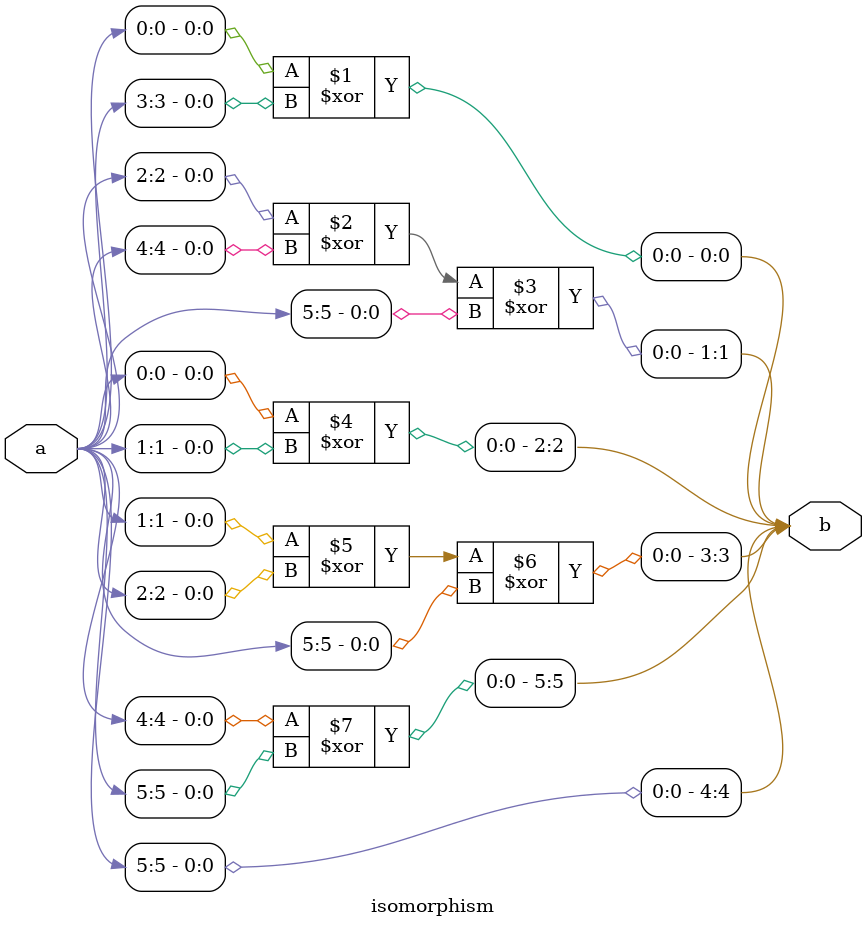
<source format=v>
`timescale 1ns/100ps
module SMSS32_40_nn_15_3(x,y);
	 input [5:0] x;
	 output [5:0] y;
	 wire [5:0] w;
	 wire [5:0] p;
	 isomorphism C2 (x,w);
	 power_40 C3 (w,p);
	 inv_isomorphism C4 (p,y);
endmodule

module add_base(a,b,c);
	 input [2:0] a;
	 input [2:0] b;
	 output [2:0] c;
	 assign c[0]=a[0]^b[0];
	 assign c[1]=a[1]^b[1];
	 assign c[2]=a[2]^b[2];
endmodule

module five_base(a,b);
	 input [2:0] a;
	 output [2:0] b;
	 assign b[0]=a[1]^a[2]^(a[0]&a[1]);
	 assign b[1]=a[0]^a[2]^(a[1]&a[2]);
	 assign b[2]=a[0]^a[1]^(a[0]&a[2]);
endmodule

module power_40(a,b);
	 input [5:0] a;
	 output [5:0] b;
	 wire [2:0] x_0;
	 wire [2:0] x_1;
	 wire [2:0] x_2;
	 wire [2:0] x_3;
	 wire [2:0] x_4;
	 wire [2:0] x_5;
	 wire [2:0] y_0;
	 wire [2:0] y_1;
	 assign x_0[0]=a[0];
	 assign x_0[1]=a[1];
	 assign x_0[2]=a[2];
	 assign x_1[0]=a[3];
	 assign x_1[1]=a[4];
	 assign x_1[2]=a[5];
	 add_base A1 (x_0,x_1,x_2);
	 five_base A2 (x_2,x_3);
	 five_base  A3 (x_0,x_4);
	 five_base A4 (x_1,x_5);
	 add_base A5 (x_5,x_3,y_0);
	 add_base A6 (x_4,x_3,y_1);
	 assign b[0]=y_0[0];
	 assign b[1]=y_0[1];
	 assign b[2]=y_0[2];
	 assign b[3]=y_1[0];
	 assign b[4]=y_1[1];
	 assign b[5]=y_1[2];
endmodule

module inv_isomorphism(a,b);
	 input [5:0] a;
	 output [5:0] b;
	 assign b[0]=a[0];
	 assign b[1]=a[1]^a[5];
	 assign b[2]=a[0]^a[1]^a[2]^a[5];
	 assign b[3]=a[0]^a[1]^a[4];
	 assign b[4]=a[1];
	 assign b[5]=a[0]^a[2]^a[3];
endmodule

module isomorphism(a,b);
	 input [5:0] a;
	 output [5:0] b;
	 assign b[0]=a[0]^a[3];
	 assign b[1]=a[2]^a[4]^a[5];
	 assign b[2]=a[0]^a[1];
	 assign b[3]=a[1]^a[2]^a[5];
	 assign b[4]=a[5];
	 assign b[5]=a[4]^a[5];
endmodule


</source>
